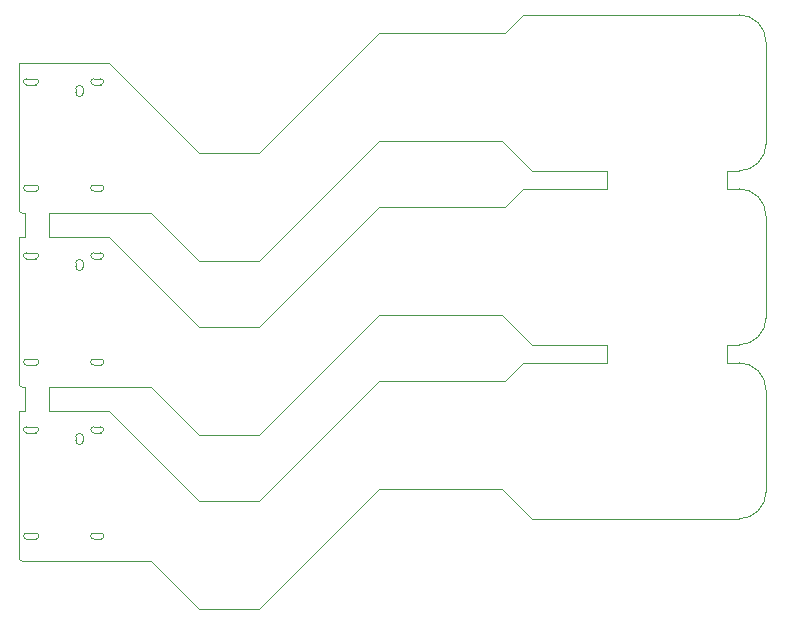
<source format=gbr>
G04 #@! TF.GenerationSoftware,KiCad,Pcbnew,(5.1.7)-1*
G04 #@! TF.CreationDate,2020-12-05T21:57:18-08:00*
G04 #@! TF.ProjectId,DellAdapter_3.1_PanelX3,44656c6c-4164-4617-9074-65725f332e31,rev?*
G04 #@! TF.SameCoordinates,Original*
G04 #@! TF.FileFunction,Profile,NP*
%FSLAX46Y46*%
G04 Gerber Fmt 4.6, Leading zero omitted, Abs format (unit mm)*
G04 Created by KiCad (PCBNEW (5.1.7)-1) date 2020-12-05 21:57:18*
%MOMM*%
%LPD*%
G01*
G04 APERTURE LIST*
G04 #@! TA.AperFunction,Profile*
%ADD10C,0.050000*%
G04 #@! TD*
G04 #@! TA.AperFunction,Profile*
%ADD11C,0.100000*%
G04 #@! TD*
G04 APERTURE END LIST*
D10*
X171450000Y-88138000D02*
X164338000Y-88138000D01*
X181610000Y-88138000D02*
X182626000Y-88138000D01*
X181610000Y-102870000D02*
X182626000Y-102870000D01*
X171450000Y-102870000D02*
X164338000Y-102870000D01*
X181356000Y-116078000D02*
X181610000Y-116078000D01*
X171450000Y-116078000D02*
X181356000Y-116078000D01*
X124206000Y-119634000D02*
X122174000Y-119634000D01*
X122174000Y-106934000D02*
X121920000Y-106934000D01*
X122174000Y-92202000D02*
X121920000Y-92202000D01*
X136906000Y-114554000D02*
X129286000Y-106934000D01*
X121920000Y-119634000D02*
G75*
G02*
X121666000Y-119380000I0J254000D01*
G01*
X164338000Y-102870000D02*
X162814000Y-104394000D01*
X165100000Y-116078000D02*
X162560000Y-113538000D01*
X141986000Y-114554000D02*
X136906000Y-114554000D01*
X181610000Y-116078000D02*
X182626000Y-116078000D01*
X121920000Y-119634000D02*
X122174000Y-119634000D01*
X162560000Y-113538000D02*
X162306000Y-113538000D01*
X165100000Y-116078000D02*
X171450000Y-116078000D01*
X184912000Y-105156000D02*
X184912000Y-113792000D01*
X162306000Y-113538000D02*
X152146000Y-113538000D01*
X121666000Y-107188000D02*
G75*
G02*
X121920000Y-106934000I254000J0D01*
G01*
X132842000Y-119634000D02*
X136906000Y-123698000D01*
X184912000Y-113792000D02*
G75*
G02*
X182626000Y-116078000I-2286000J0D01*
G01*
X152146000Y-104394000D02*
X141986000Y-114554000D01*
X152146000Y-113538000D02*
X141986000Y-123698000D01*
X124206000Y-106934000D02*
X129286000Y-106934000D01*
X141986000Y-123698000D02*
X136906000Y-123698000D01*
X162814000Y-104394000D02*
X162306000Y-104394000D01*
X182626000Y-102870000D02*
G75*
G02*
X184912000Y-105156000I0J-2286000D01*
G01*
X124206000Y-119634000D02*
X132842000Y-119634000D01*
X121666000Y-107188000D02*
X121666000Y-119380000D01*
X162306000Y-104394000D02*
X152146000Y-104394000D01*
X181610000Y-101346000D02*
X181610000Y-102870000D01*
X121920000Y-104902000D02*
X122174000Y-104902000D01*
X124206000Y-104902000D02*
X124206000Y-106934000D01*
X122174000Y-104902000D02*
X122174000Y-106934000D01*
X171450000Y-101346000D02*
X171450000Y-102870000D01*
X181610000Y-101346000D02*
X182626000Y-101346000D01*
X165100000Y-101346000D02*
X171450000Y-101346000D01*
X121666000Y-92456000D02*
G75*
G02*
X121920000Y-92202000I254000J0D01*
G01*
X121920000Y-104902000D02*
G75*
G02*
X121666000Y-104648000I0J254000D01*
G01*
X184912000Y-90424000D02*
X184912000Y-99060000D01*
X165100000Y-101346000D02*
X162560000Y-98806000D01*
X141986000Y-99822000D02*
X136906000Y-99822000D01*
X132842000Y-104902000D02*
X136906000Y-108966000D01*
X164338000Y-88138000D02*
X162814000Y-89662000D01*
X162560000Y-98806000D02*
X162306000Y-98806000D01*
X162306000Y-98806000D02*
X152146000Y-98806000D01*
X136906000Y-99822000D02*
X129286000Y-92202000D01*
X152146000Y-89662000D02*
X141986000Y-99822000D01*
X152146000Y-98806000D02*
X141986000Y-108966000D01*
X124206000Y-92202000D02*
X129286000Y-92202000D01*
X162814000Y-89662000D02*
X162306000Y-89662000D01*
X141986000Y-108966000D02*
X136906000Y-108966000D01*
X182626000Y-88138000D02*
G75*
G02*
X184912000Y-90424000I0J-2286000D01*
G01*
X184912000Y-99060000D02*
G75*
G02*
X182626000Y-101346000I-2286000J0D01*
G01*
X124206000Y-104902000D02*
X132842000Y-104902000D01*
X121666000Y-92456000D02*
X121666000Y-104648000D01*
X162306000Y-89662000D02*
X152146000Y-89662000D01*
X141986000Y-94234000D02*
X136906000Y-94234000D01*
X181610000Y-86614000D02*
X182626000Y-86614000D01*
X165100000Y-86614000D02*
X171450000Y-86614000D01*
X124206000Y-90170000D02*
X124206000Y-92202000D01*
X122174000Y-90170000D02*
X122174000Y-92202000D01*
X121920000Y-90170000D02*
X122174000Y-90170000D01*
X171450000Y-86614000D02*
X171450000Y-88138000D01*
X181610000Y-86614000D02*
X181610000Y-88138000D01*
X121920000Y-90170000D02*
G75*
G02*
X121666000Y-89916000I0J254000D01*
G01*
X121666000Y-77724000D02*
G75*
G02*
X121920000Y-77470000I254000J0D01*
G01*
X162560000Y-84074000D02*
X162306000Y-84074000D01*
X165100000Y-86614000D02*
X162560000Y-84074000D01*
X184912000Y-75692000D02*
X184912000Y-84328000D01*
X184912000Y-84328000D02*
G75*
G02*
X182626000Y-86614000I-2286000J0D01*
G01*
X182626000Y-73406000D02*
G75*
G02*
X184912000Y-75692000I0J-2286000D01*
G01*
X164338000Y-73406000D02*
X182626000Y-73406000D01*
X162814000Y-74930000D02*
X162306000Y-74930000D01*
X164338000Y-73406000D02*
X162814000Y-74930000D01*
X132842000Y-90170000D02*
X136906000Y-94234000D01*
X124206000Y-90170000D02*
X132842000Y-90170000D01*
X124206000Y-77470000D02*
X129286000Y-77470000D01*
X136906000Y-85090000D02*
X129286000Y-77470000D01*
X141986000Y-85090000D02*
X136906000Y-85090000D01*
X152146000Y-84074000D02*
X141986000Y-94234000D01*
X152146000Y-74930000D02*
X141986000Y-85090000D01*
X162306000Y-84074000D02*
X152146000Y-84074000D01*
X124206000Y-77470000D02*
X121920000Y-77470000D01*
X121666000Y-77724000D02*
X121666000Y-89916000D01*
X162306000Y-74930000D02*
X152146000Y-74930000D01*
D11*
X126464000Y-109155000D02*
X126464000Y-109455000D01*
X127114000Y-109455000D02*
X127114000Y-109155000D01*
X128589000Y-108780000D02*
X127989000Y-108780000D01*
X127989000Y-108280000D02*
X128589000Y-108280000D01*
X128589000Y-117780000D02*
X127989000Y-117780000D01*
X127989000Y-117280000D02*
X128589000Y-117280000D01*
X123089000Y-108780000D02*
X122289000Y-108780000D01*
X122289000Y-108280000D02*
X123089000Y-108280000D01*
X123089000Y-117780000D02*
X122289000Y-117780000D01*
X122289000Y-117280000D02*
X123089000Y-117280000D01*
X122039000Y-117530000D02*
G75*
G02*
X122289000Y-117280000I250000J0D01*
G01*
X122289000Y-117780000D02*
G75*
G02*
X122039000Y-117530000I0J250000D01*
G01*
X123339000Y-117530000D02*
G75*
G02*
X123089000Y-117780000I-250000J0D01*
G01*
X123089000Y-117280000D02*
G75*
G02*
X123339000Y-117530000I0J-250000D01*
G01*
X122039000Y-108530000D02*
G75*
G02*
X122289000Y-108280000I250000J0D01*
G01*
X122289000Y-108780000D02*
G75*
G02*
X122039000Y-108530000I0J250000D01*
G01*
X123339000Y-108530000D02*
G75*
G02*
X123089000Y-108780000I-250000J0D01*
G01*
X123089000Y-108280000D02*
G75*
G02*
X123339000Y-108530000I0J-250000D01*
G01*
X127739000Y-117530000D02*
G75*
G02*
X127989000Y-117280000I250000J0D01*
G01*
X127989000Y-117780000D02*
G75*
G02*
X127739000Y-117530000I0J250000D01*
G01*
X128839000Y-117530000D02*
G75*
G02*
X128589000Y-117780000I-250000J0D01*
G01*
X128589000Y-117280000D02*
G75*
G02*
X128839000Y-117530000I0J-250000D01*
G01*
X127739000Y-108530000D02*
G75*
G02*
X127989000Y-108280000I250000J0D01*
G01*
X127989000Y-108780000D02*
G75*
G02*
X127739000Y-108530000I0J250000D01*
G01*
X128839000Y-108530000D02*
G75*
G02*
X128589000Y-108780000I-250000J0D01*
G01*
X128589000Y-108280000D02*
G75*
G02*
X128839000Y-108530000I0J-250000D01*
G01*
X126789000Y-109780000D02*
G75*
G03*
X127114000Y-109455000I0J325000D01*
G01*
X126464000Y-109455000D02*
G75*
G03*
X126789000Y-109780000I325000J0D01*
G01*
X126789000Y-108830000D02*
G75*
G03*
X126464000Y-109155000I0J-325000D01*
G01*
X127114000Y-109155000D02*
G75*
G03*
X126789000Y-108830000I-325000J0D01*
G01*
X127114000Y-94423000D02*
G75*
G03*
X126789000Y-94098000I-325000J0D01*
G01*
X126789000Y-94098000D02*
G75*
G03*
X126464000Y-94423000I0J-325000D01*
G01*
X126464000Y-94723000D02*
G75*
G03*
X126789000Y-95048000I325000J0D01*
G01*
X126789000Y-95048000D02*
G75*
G03*
X127114000Y-94723000I0J325000D01*
G01*
X128589000Y-93548000D02*
G75*
G02*
X128839000Y-93798000I0J-250000D01*
G01*
X128839000Y-93798000D02*
G75*
G02*
X128589000Y-94048000I-250000J0D01*
G01*
X127989000Y-94048000D02*
G75*
G02*
X127739000Y-93798000I0J250000D01*
G01*
X127739000Y-93798000D02*
G75*
G02*
X127989000Y-93548000I250000J0D01*
G01*
X128589000Y-102548000D02*
G75*
G02*
X128839000Y-102798000I0J-250000D01*
G01*
X128839000Y-102798000D02*
G75*
G02*
X128589000Y-103048000I-250000J0D01*
G01*
X127989000Y-103048000D02*
G75*
G02*
X127739000Y-102798000I0J250000D01*
G01*
X127739000Y-102798000D02*
G75*
G02*
X127989000Y-102548000I250000J0D01*
G01*
X123089000Y-93548000D02*
G75*
G02*
X123339000Y-93798000I0J-250000D01*
G01*
X123339000Y-93798000D02*
G75*
G02*
X123089000Y-94048000I-250000J0D01*
G01*
X122289000Y-94048000D02*
G75*
G02*
X122039000Y-93798000I0J250000D01*
G01*
X122039000Y-93798000D02*
G75*
G02*
X122289000Y-93548000I250000J0D01*
G01*
X123089000Y-102548000D02*
G75*
G02*
X123339000Y-102798000I0J-250000D01*
G01*
X123339000Y-102798000D02*
G75*
G02*
X123089000Y-103048000I-250000J0D01*
G01*
X122289000Y-103048000D02*
G75*
G02*
X122039000Y-102798000I0J250000D01*
G01*
X122039000Y-102798000D02*
G75*
G02*
X122289000Y-102548000I250000J0D01*
G01*
X122289000Y-102548000D02*
X123089000Y-102548000D01*
X123089000Y-103048000D02*
X122289000Y-103048000D01*
X122289000Y-93548000D02*
X123089000Y-93548000D01*
X123089000Y-94048000D02*
X122289000Y-94048000D01*
X127989000Y-102548000D02*
X128589000Y-102548000D01*
X128589000Y-103048000D02*
X127989000Y-103048000D01*
X127989000Y-93548000D02*
X128589000Y-93548000D01*
X128589000Y-94048000D02*
X127989000Y-94048000D01*
X127114000Y-94723000D02*
X127114000Y-94423000D01*
X126464000Y-94423000D02*
X126464000Y-94723000D01*
X126464000Y-79691000D02*
X126464000Y-79991000D01*
X127114000Y-79991000D02*
X127114000Y-79691000D01*
X128589000Y-79316000D02*
X127989000Y-79316000D01*
X127989000Y-78816000D02*
X128589000Y-78816000D01*
X128589000Y-88316000D02*
X127989000Y-88316000D01*
X127989000Y-87816000D02*
X128589000Y-87816000D01*
X123089000Y-79316000D02*
X122289000Y-79316000D01*
X122289000Y-78816000D02*
X123089000Y-78816000D01*
X123089000Y-88316000D02*
X122289000Y-88316000D01*
X122289000Y-87816000D02*
X123089000Y-87816000D01*
X122039000Y-88066000D02*
G75*
G02*
X122289000Y-87816000I250000J0D01*
G01*
X122289000Y-88316000D02*
G75*
G02*
X122039000Y-88066000I0J250000D01*
G01*
X123339000Y-88066000D02*
G75*
G02*
X123089000Y-88316000I-250000J0D01*
G01*
X123089000Y-87816000D02*
G75*
G02*
X123339000Y-88066000I0J-250000D01*
G01*
X122039000Y-79066000D02*
G75*
G02*
X122289000Y-78816000I250000J0D01*
G01*
X122289000Y-79316000D02*
G75*
G02*
X122039000Y-79066000I0J250000D01*
G01*
X123339000Y-79066000D02*
G75*
G02*
X123089000Y-79316000I-250000J0D01*
G01*
X123089000Y-78816000D02*
G75*
G02*
X123339000Y-79066000I0J-250000D01*
G01*
X127739000Y-88066000D02*
G75*
G02*
X127989000Y-87816000I250000J0D01*
G01*
X127989000Y-88316000D02*
G75*
G02*
X127739000Y-88066000I0J250000D01*
G01*
X128839000Y-88066000D02*
G75*
G02*
X128589000Y-88316000I-250000J0D01*
G01*
X128589000Y-87816000D02*
G75*
G02*
X128839000Y-88066000I0J-250000D01*
G01*
X127739000Y-79066000D02*
G75*
G02*
X127989000Y-78816000I250000J0D01*
G01*
X127989000Y-79316000D02*
G75*
G02*
X127739000Y-79066000I0J250000D01*
G01*
X128839000Y-79066000D02*
G75*
G02*
X128589000Y-79316000I-250000J0D01*
G01*
X128589000Y-78816000D02*
G75*
G02*
X128839000Y-79066000I0J-250000D01*
G01*
X126789000Y-80316000D02*
G75*
G03*
X127114000Y-79991000I0J325000D01*
G01*
X126464000Y-79991000D02*
G75*
G03*
X126789000Y-80316000I325000J0D01*
G01*
X126789000Y-79366000D02*
G75*
G03*
X126464000Y-79691000I0J-325000D01*
G01*
X127114000Y-79691000D02*
G75*
G03*
X126789000Y-79366000I-325000J0D01*
G01*
M02*

</source>
